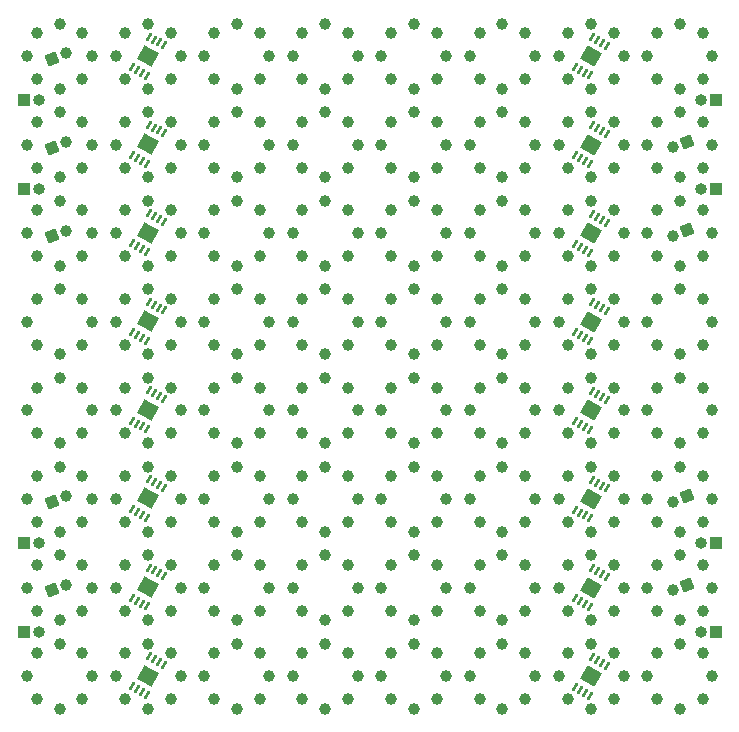
<source format=gbr>
%TF.GenerationSoftware,KiCad,Pcbnew,7.0.1*%
%TF.CreationDate,2023-10-04T00:40:19-04:00*%
%TF.ProjectId,TacTile-B,54616354-696c-4652-9d42-2e6b69636164,rev?*%
%TF.SameCoordinates,Original*%
%TF.FileFunction,Soldermask,Bot*%
%TF.FilePolarity,Negative*%
%FSLAX46Y46*%
G04 Gerber Fmt 4.6, Leading zero omitted, Abs format (unit mm)*
G04 Created by KiCad (PCBNEW 7.0.1) date 2023-10-04 00:40:19*
%MOMM*%
%LPD*%
G01*
G04 APERTURE LIST*
G04 Aperture macros list*
%AMRoundRect*
0 Rectangle with rounded corners*
0 $1 Rounding radius*
0 $2 $3 $4 $5 $6 $7 $8 $9 X,Y pos of 4 corners*
0 Add a 4 corners polygon primitive as box body*
4,1,4,$2,$3,$4,$5,$6,$7,$8,$9,$2,$3,0*
0 Add four circle primitives for the rounded corners*
1,1,$1+$1,$2,$3*
1,1,$1+$1,$4,$5*
1,1,$1+$1,$6,$7*
1,1,$1+$1,$8,$9*
0 Add four rect primitives between the rounded corners*
20,1,$1+$1,$2,$3,$4,$5,0*
20,1,$1+$1,$4,$5,$6,$7,0*
20,1,$1+$1,$6,$7,$8,$9,0*
20,1,$1+$1,$8,$9,$2,$3,0*%
%AMHorizOval*
0 Thick line with rounded ends*
0 $1 width*
0 $2 $3 position (X,Y) of the first rounded end (center of the circle)*
0 $4 $5 position (X,Y) of the second rounded end (center of the circle)*
0 Add line between two ends*
20,1,$1,$2,$3,$4,$5,0*
0 Add two circle primitives to create the rounded ends*
1,1,$1,$2,$3*
1,1,$1,$4,$5*%
%AMRotRect*
0 Rectangle, with rotation*
0 The origin of the aperture is its center*
0 $1 length*
0 $2 width*
0 $3 Rotation angle, in degrees counterclockwise*
0 Add horizontal line*
21,1,$1,$2,0,0,$3*%
G04 Aperture macros list end*
%ADD10C,1.000000*%
%ADD11RoundRect,0.062500X0.108373X0.312708X-0.216627X-0.250208X-0.108373X-0.312708X0.216627X0.250208X0*%
%ADD12RotRect,1.300000X1.400000X240.000000*%
%ADD13RoundRect,0.062500X-0.102899X-0.314552X0.212227X0.253951X0.102899X0.314552X-0.212227X-0.253951X0*%
%ADD14RotRect,1.300000X1.400000X61.000000*%
%ADD15RotRect,1.000000X1.000000X112.000000*%
%ADD16HorizOval,1.000000X0.000000X0.000000X0.000000X0.000000X0*%
%ADD17R,1.000000X1.000000*%
%ADD18O,1.000000X1.000000*%
%ADD19RotRect,1.000000X1.000000X292.000000*%
%ADD20HorizOval,1.000000X0.000000X0.000000X0.000000X0.000000X0*%
G04 APERTURE END LIST*
D10*
%TO.C,L34*%
X36250000Y-56000000D03*
X38190000Y-56810000D03*
X39000000Y-58750000D03*
X38190000Y-60690000D03*
X34310000Y-56810000D03*
X33500000Y-58750000D03*
X34310000Y-60690000D03*
X36250000Y-61500000D03*
%TD*%
%TO.C,L36*%
X51250000Y-56000000D03*
X53190000Y-56810000D03*
X54000000Y-58750000D03*
X53190000Y-60690000D03*
X49310000Y-56810000D03*
X48500000Y-58750000D03*
X49310000Y-60690000D03*
X51250000Y-61500000D03*
%TD*%
%TO.C,L55*%
X66250000Y-71000000D03*
X68190000Y-71810000D03*
X69000000Y-73750000D03*
X68190000Y-75690000D03*
X64310000Y-71810000D03*
X63500000Y-73750000D03*
X64310000Y-75690000D03*
X66250000Y-76500000D03*
%TD*%
%TO.C,L27*%
X43750000Y-48500000D03*
X45690000Y-49310000D03*
X46500000Y-51250000D03*
X45690000Y-53190000D03*
X41810000Y-49310000D03*
X41000000Y-51250000D03*
X41810000Y-53190000D03*
X43750000Y-54000000D03*
%TD*%
%TO.C,L1*%
X28750000Y-26000000D03*
X30690000Y-26810000D03*
X31500000Y-28750000D03*
X30690000Y-30690000D03*
X26810000Y-26810000D03*
X26000000Y-28750000D03*
X26810000Y-30690000D03*
X28750000Y-31500000D03*
%TD*%
%TO.C,L30*%
X66250000Y-48500000D03*
X68190000Y-49310000D03*
X69000000Y-51250000D03*
X68190000Y-53190000D03*
X64310000Y-49310000D03*
X63500000Y-51250000D03*
X64310000Y-53190000D03*
X66250000Y-54000000D03*
%TD*%
%TO.C,L5*%
X58750000Y-26000000D03*
X60690000Y-26810000D03*
X61500000Y-28750000D03*
X60690000Y-30690000D03*
X56810000Y-26810000D03*
X56000000Y-28750000D03*
X56810000Y-30690000D03*
X58750000Y-31500000D03*
%TD*%
%TO.C,L9*%
X28750000Y-33500000D03*
X30690000Y-34310000D03*
X31500000Y-36250000D03*
X30690000Y-38190000D03*
X26810000Y-34310000D03*
X26000000Y-36250000D03*
X26810000Y-38190000D03*
X28750000Y-39000000D03*
%TD*%
%TO.C,L33*%
X28750000Y-56000000D03*
X30690000Y-56810000D03*
X31500000Y-58750000D03*
X30690000Y-60690000D03*
X26810000Y-56810000D03*
X26000000Y-58750000D03*
X26810000Y-60690000D03*
X28750000Y-61500000D03*
%TD*%
%TO.C,L2*%
X36250000Y-26000000D03*
X38190000Y-26810000D03*
X39000000Y-28750000D03*
X38190000Y-30690000D03*
X34310000Y-26810000D03*
X33500000Y-28750000D03*
X34310000Y-30690000D03*
X36250000Y-31500000D03*
%TD*%
%TO.C,L16*%
X81250000Y-33500000D03*
X83190000Y-34310000D03*
X84000000Y-36250000D03*
X83190000Y-38190000D03*
X79310000Y-34310000D03*
X78500000Y-36250000D03*
X79310000Y-38190000D03*
X81250000Y-39000000D03*
%TD*%
%TO.C,L18*%
X36250000Y-41000000D03*
X38190000Y-41810000D03*
X39000000Y-43750000D03*
X38190000Y-45690000D03*
X34310000Y-41810000D03*
X33500000Y-43750000D03*
X34310000Y-45690000D03*
X36250000Y-46500000D03*
%TD*%
%TO.C,L13*%
X58750000Y-33500000D03*
X60690000Y-34310000D03*
X61500000Y-36250000D03*
X60690000Y-38190000D03*
X56810000Y-34310000D03*
X56000000Y-36250000D03*
X56810000Y-38190000D03*
X58750000Y-39000000D03*
%TD*%
%TO.C,L12*%
X51250000Y-33500000D03*
X53190000Y-34310000D03*
X54000000Y-36250000D03*
X53190000Y-38190000D03*
X49310000Y-34310000D03*
X48500000Y-36250000D03*
X49310000Y-38190000D03*
X51250000Y-39000000D03*
%TD*%
%TO.C,L37*%
X58750000Y-56000000D03*
X60690000Y-56810000D03*
X61500000Y-58750000D03*
X60690000Y-60690000D03*
X56810000Y-56810000D03*
X56000000Y-58750000D03*
X56810000Y-60690000D03*
X58750000Y-61500000D03*
%TD*%
%TO.C,L28*%
X51250000Y-48500000D03*
X53190000Y-49310000D03*
X54000000Y-51250000D03*
X53190000Y-53190000D03*
X49310000Y-49310000D03*
X48500000Y-51250000D03*
X49310000Y-53190000D03*
X51250000Y-54000000D03*
%TD*%
%TO.C,L56*%
X73750000Y-71000000D03*
X75690000Y-71810000D03*
X76500000Y-73750000D03*
X75690000Y-75690000D03*
X71810000Y-71810000D03*
X71000000Y-73750000D03*
X71810000Y-75690000D03*
X73750000Y-76500000D03*
%TD*%
%TO.C,L41*%
X28750000Y-63500000D03*
X30690000Y-64310000D03*
X31500000Y-66250000D03*
X30690000Y-68190000D03*
X26810000Y-64310000D03*
X26000000Y-66250000D03*
X26810000Y-68190000D03*
X28750000Y-69000000D03*
%TD*%
%TO.C,L38*%
X66250000Y-56000000D03*
X68190000Y-56810000D03*
X69000000Y-58750000D03*
X68190000Y-60690000D03*
X64310000Y-56810000D03*
X63500000Y-58750000D03*
X64310000Y-60690000D03*
X66250000Y-61500000D03*
%TD*%
%TO.C,L35*%
X43750000Y-56000000D03*
X45690000Y-56810000D03*
X46500000Y-58750000D03*
X45690000Y-60690000D03*
X41810000Y-56810000D03*
X41000000Y-58750000D03*
X41810000Y-60690000D03*
X43750000Y-61500000D03*
%TD*%
%TO.C,L44*%
X51250000Y-63500000D03*
X53190000Y-64310000D03*
X54000000Y-66250000D03*
X53190000Y-68190000D03*
X49310000Y-64310000D03*
X48500000Y-66250000D03*
X49310000Y-68190000D03*
X51250000Y-69000000D03*
%TD*%
%TO.C,L58*%
X36250000Y-78500000D03*
X38190000Y-79310000D03*
X39000000Y-81250000D03*
X38190000Y-83190000D03*
X34310000Y-79310000D03*
X33500000Y-81250000D03*
X34310000Y-83190000D03*
X36250000Y-84000000D03*
%TD*%
%TO.C,L31*%
X73750000Y-48500000D03*
X75690000Y-49310000D03*
X76500000Y-51250000D03*
X75690000Y-53190000D03*
X71810000Y-49310000D03*
X71000000Y-51250000D03*
X71810000Y-53190000D03*
X73750000Y-54000000D03*
%TD*%
%TO.C,L50*%
X36250000Y-71000000D03*
X38190000Y-71810000D03*
X39000000Y-73750000D03*
X38190000Y-75690000D03*
X34310000Y-71810000D03*
X33500000Y-73750000D03*
X34310000Y-75690000D03*
X36250000Y-76500000D03*
%TD*%
%TO.C,L22*%
X66250000Y-41000000D03*
X68190000Y-41810000D03*
X69000000Y-43750000D03*
X68190000Y-45690000D03*
X64310000Y-41810000D03*
X63500000Y-43750000D03*
X64310000Y-45690000D03*
X66250000Y-46500000D03*
%TD*%
%TO.C,L6*%
X66250000Y-26000000D03*
X68190000Y-26810000D03*
X69000000Y-28750000D03*
X68190000Y-30690000D03*
X64310000Y-26810000D03*
X63500000Y-28750000D03*
X64310000Y-30690000D03*
X66250000Y-31500000D03*
%TD*%
%TO.C,L26*%
X36250000Y-48500000D03*
X38190000Y-49310000D03*
X39000000Y-51250000D03*
X38190000Y-53190000D03*
X34310000Y-49310000D03*
X33500000Y-51250000D03*
X34310000Y-53190000D03*
X36250000Y-54000000D03*
%TD*%
%TO.C,L39*%
X73750000Y-56000000D03*
X75690000Y-56810000D03*
X76500000Y-58750000D03*
X75690000Y-60690000D03*
X71810000Y-56810000D03*
X71000000Y-58750000D03*
X71810000Y-60690000D03*
X73750000Y-61500000D03*
%TD*%
%TO.C,L40*%
X81250000Y-56000000D03*
X83190000Y-56810000D03*
X84000000Y-58750000D03*
X83190000Y-60690000D03*
X79310000Y-56810000D03*
X78500000Y-58750000D03*
X79310000Y-60690000D03*
X81250000Y-61500000D03*
%TD*%
%TO.C,L53*%
X81250000Y-71000000D03*
X83190000Y-71810000D03*
X84000000Y-73750000D03*
X83190000Y-75690000D03*
X79310000Y-71810000D03*
X78500000Y-73750000D03*
X79310000Y-75690000D03*
X81250000Y-76500000D03*
%TD*%
%TO.C,L29*%
X58750000Y-48500000D03*
X60690000Y-49310000D03*
X61500000Y-51250000D03*
X60690000Y-53190000D03*
X56810000Y-49310000D03*
X56000000Y-51250000D03*
X56810000Y-53190000D03*
X58750000Y-54000000D03*
%TD*%
%TO.C,L61*%
X58750000Y-78500000D03*
X60690000Y-79310000D03*
X61500000Y-81250000D03*
X60690000Y-83190000D03*
X56810000Y-79310000D03*
X56000000Y-81250000D03*
X56810000Y-83190000D03*
X58750000Y-84000000D03*
%TD*%
%TO.C,L3*%
X43750000Y-26000000D03*
X45690000Y-26810000D03*
X46500000Y-28750000D03*
X45690000Y-30690000D03*
X41810000Y-26810000D03*
X41000000Y-28750000D03*
X41810000Y-30690000D03*
X43750000Y-31500000D03*
%TD*%
%TO.C,L46*%
X66250000Y-63500000D03*
X68190000Y-64310000D03*
X69000000Y-66250000D03*
X68190000Y-68190000D03*
X64310000Y-64310000D03*
X63500000Y-66250000D03*
X64310000Y-68190000D03*
X66250000Y-69000000D03*
%TD*%
%TO.C,L42*%
X36250000Y-63500000D03*
X38190000Y-64310000D03*
X39000000Y-66250000D03*
X38190000Y-68190000D03*
X34310000Y-64310000D03*
X33500000Y-66250000D03*
X34310000Y-68190000D03*
X36250000Y-69000000D03*
%TD*%
%TO.C,L20*%
X51250000Y-41000000D03*
X53190000Y-41810000D03*
X54000000Y-43750000D03*
X53190000Y-45690000D03*
X49310000Y-41810000D03*
X48500000Y-43750000D03*
X49310000Y-45690000D03*
X51250000Y-46500000D03*
%TD*%
%TO.C,L48*%
X81250000Y-63500000D03*
X83190000Y-64310000D03*
X84000000Y-66250000D03*
X83190000Y-68190000D03*
X79310000Y-64310000D03*
X78500000Y-66250000D03*
X79310000Y-68190000D03*
X81250000Y-69000000D03*
%TD*%
%TO.C,L7*%
X73750000Y-26000000D03*
X75690000Y-26810000D03*
X76500000Y-28750000D03*
X75690000Y-30690000D03*
X71810000Y-26810000D03*
X71000000Y-28750000D03*
X71810000Y-30690000D03*
X73750000Y-31500000D03*
%TD*%
%TO.C,L25*%
X28750000Y-48500000D03*
X30690000Y-49310000D03*
X31500000Y-51250000D03*
X30690000Y-53190000D03*
X26810000Y-49310000D03*
X26000000Y-51250000D03*
X26810000Y-53190000D03*
X28750000Y-54000000D03*
%TD*%
%TO.C,L59*%
X43750000Y-78500000D03*
X45690000Y-79310000D03*
X46500000Y-81250000D03*
X45690000Y-83190000D03*
X41810000Y-79310000D03*
X41000000Y-81250000D03*
X41810000Y-83190000D03*
X43750000Y-84000000D03*
%TD*%
%TO.C,L8*%
X81250000Y-26000000D03*
X83190000Y-26810000D03*
X84000000Y-28750000D03*
X83190000Y-30690000D03*
X79310000Y-26810000D03*
X78500000Y-28750000D03*
X79310000Y-30690000D03*
X81250000Y-31500000D03*
%TD*%
%TO.C,L64*%
X81250000Y-78500000D03*
X83190000Y-79310000D03*
X84000000Y-81250000D03*
X83190000Y-83190000D03*
X79310000Y-79310000D03*
X78500000Y-81250000D03*
X79310000Y-83190000D03*
X81250000Y-84000000D03*
%TD*%
%TO.C,L11*%
X43750000Y-33500000D03*
X45690000Y-34310000D03*
X46500000Y-36250000D03*
X45690000Y-38190000D03*
X41810000Y-34310000D03*
X41000000Y-36250000D03*
X41810000Y-38190000D03*
X43750000Y-39000000D03*
%TD*%
%TO.C,L15*%
X73750000Y-33500000D03*
X75690000Y-34310000D03*
X76500000Y-36250000D03*
X75690000Y-38190000D03*
X71810000Y-34310000D03*
X71000000Y-36250000D03*
X71810000Y-38190000D03*
X73750000Y-39000000D03*
%TD*%
%TO.C,L45*%
X58750000Y-63500000D03*
X60690000Y-64310000D03*
X61500000Y-66250000D03*
X60690000Y-68190000D03*
X56810000Y-64310000D03*
X56000000Y-66250000D03*
X56810000Y-68190000D03*
X58750000Y-69000000D03*
%TD*%
%TO.C,L10*%
X36250000Y-33500000D03*
X38190000Y-34310000D03*
X39000000Y-36250000D03*
X38190000Y-38190000D03*
X34310000Y-34310000D03*
X33500000Y-36250000D03*
X34310000Y-38190000D03*
X36250000Y-39000000D03*
%TD*%
%TO.C,L47*%
X73750000Y-63500000D03*
X75690000Y-64310000D03*
X76500000Y-66250000D03*
X75690000Y-68190000D03*
X71810000Y-64310000D03*
X71000000Y-66250000D03*
X71810000Y-68190000D03*
X73750000Y-69000000D03*
%TD*%
%TO.C,L54*%
X58750000Y-71000000D03*
X60690000Y-71810000D03*
X61500000Y-73750000D03*
X60690000Y-75690000D03*
X56810000Y-71810000D03*
X56000000Y-73750000D03*
X56810000Y-75690000D03*
X58750000Y-76500000D03*
%TD*%
%TO.C,L19*%
X43750000Y-41000000D03*
X45690000Y-41810000D03*
X46500000Y-43750000D03*
X45690000Y-45690000D03*
X41810000Y-41810000D03*
X41000000Y-43750000D03*
X41810000Y-45690000D03*
X43750000Y-46500000D03*
%TD*%
%TO.C,L32*%
X81250000Y-48500000D03*
X83190000Y-49310000D03*
X84000000Y-51250000D03*
X83190000Y-53190000D03*
X79310000Y-49310000D03*
X78500000Y-51250000D03*
X79310000Y-53190000D03*
X81250000Y-54000000D03*
%TD*%
%TO.C,L60*%
X51250000Y-78500000D03*
X53190000Y-79310000D03*
X54000000Y-81250000D03*
X53190000Y-83190000D03*
X49310000Y-79310000D03*
X48500000Y-81250000D03*
X49310000Y-83190000D03*
X51250000Y-84000000D03*
%TD*%
%TO.C,L62*%
X66250000Y-78500000D03*
X68190000Y-79310000D03*
X69000000Y-81250000D03*
X68190000Y-83190000D03*
X64310000Y-79310000D03*
X63500000Y-81250000D03*
X64310000Y-83190000D03*
X66250000Y-84000000D03*
%TD*%
%TO.C,L17*%
X28750000Y-41000000D03*
X30690000Y-41810000D03*
X31500000Y-43750000D03*
X30690000Y-45690000D03*
X26810000Y-41810000D03*
X26000000Y-43750000D03*
X26810000Y-45690000D03*
X28750000Y-46500000D03*
%TD*%
%TO.C,L49*%
X28750000Y-71000000D03*
X30690000Y-71810000D03*
X31500000Y-73750000D03*
X30690000Y-75690000D03*
X26810000Y-71810000D03*
X26000000Y-73750000D03*
X26810000Y-75690000D03*
X28750000Y-76500000D03*
%TD*%
%TO.C,L21*%
X58750000Y-41000000D03*
X60690000Y-41810000D03*
X61500000Y-43750000D03*
X60690000Y-45690000D03*
X56810000Y-41810000D03*
X56000000Y-43750000D03*
X56810000Y-45690000D03*
X58750000Y-46500000D03*
%TD*%
%TO.C,L51*%
X43750000Y-71000000D03*
X45690000Y-71810000D03*
X46500000Y-73750000D03*
X45690000Y-75690000D03*
X41810000Y-71810000D03*
X41000000Y-73750000D03*
X41810000Y-75690000D03*
X43750000Y-76500000D03*
%TD*%
%TO.C,L23*%
X73750000Y-41000000D03*
X75690000Y-41810000D03*
X76500000Y-43750000D03*
X75690000Y-45690000D03*
X71810000Y-41810000D03*
X71000000Y-43750000D03*
X71810000Y-45690000D03*
X73750000Y-46500000D03*
%TD*%
%TO.C,L24*%
X81250000Y-41000000D03*
X83190000Y-41810000D03*
X84000000Y-43750000D03*
X83190000Y-45690000D03*
X79310000Y-41810000D03*
X78500000Y-43750000D03*
X79310000Y-45690000D03*
X81250000Y-46500000D03*
%TD*%
%TO.C,L4*%
X51250000Y-26000000D03*
X53190000Y-26810000D03*
X54000000Y-28750000D03*
X53190000Y-30690000D03*
X49310000Y-26810000D03*
X48500000Y-28750000D03*
X49310000Y-30690000D03*
X51250000Y-31500000D03*
%TD*%
%TO.C,L63*%
X73750000Y-78500000D03*
X75690000Y-79310000D03*
X76500000Y-81250000D03*
X75690000Y-83190000D03*
X71810000Y-79310000D03*
X71000000Y-81250000D03*
X71810000Y-83190000D03*
X73750000Y-84000000D03*
%TD*%
%TO.C,L57*%
X28750000Y-78500000D03*
X30690000Y-79310000D03*
X31500000Y-81250000D03*
X30690000Y-83190000D03*
X26810000Y-79310000D03*
X26000000Y-81250000D03*
X26810000Y-83190000D03*
X28750000Y-84000000D03*
%TD*%
%TO.C,L14*%
X66250000Y-33500000D03*
X68190000Y-34310000D03*
X69000000Y-36250000D03*
X68190000Y-38190000D03*
X64310000Y-34310000D03*
X63500000Y-36250000D03*
X64310000Y-38190000D03*
X66250000Y-39000000D03*
%TD*%
%TO.C,L52*%
X51250000Y-71000000D03*
X53190000Y-71810000D03*
X54000000Y-73750000D03*
X53190000Y-75690000D03*
X49310000Y-71810000D03*
X48500000Y-73750000D03*
X49310000Y-75690000D03*
X51250000Y-76500000D03*
%TD*%
%TO.C,L43*%
X43750000Y-63500000D03*
X45690000Y-64310000D03*
X46500000Y-66250000D03*
X45690000Y-68190000D03*
X41810000Y-64310000D03*
X41000000Y-66250000D03*
X41810000Y-68190000D03*
X43750000Y-69000000D03*
%TD*%
D11*
%TO.C,U8*%
X73831731Y-49608438D03*
X74264744Y-49858438D03*
X74697756Y-50108438D03*
X75130769Y-50358438D03*
X73668269Y-52891562D03*
X73235256Y-52641562D03*
X72802244Y-52391562D03*
X72369231Y-52141562D03*
D12*
X73750000Y-51250000D03*
%TD*%
D13*
%TO.C,U7*%
X36196931Y-52842739D03*
X35759621Y-52600334D03*
X35322311Y-52357929D03*
X34885001Y-52115524D03*
X36303069Y-49557261D03*
X36740379Y-49799666D03*
X37177689Y-50042071D03*
X37614999Y-50284476D03*
D14*
X36250000Y-51200000D03*
%TD*%
D15*
%TO.C,J10*%
X81852670Y-66006506D03*
D16*
X80675147Y-66482256D03*
%TD*%
D17*
%TO.C,J17*%
X25700000Y-32500000D03*
D18*
X26970000Y-32500000D03*
%TD*%
D13*
%TO.C,U11*%
X36196931Y-67842739D03*
X35759621Y-67600334D03*
X35322311Y-67357929D03*
X34885001Y-67115524D03*
X36303069Y-64557261D03*
X36740379Y-64799666D03*
X37177689Y-65042071D03*
X37614999Y-65284476D03*
D14*
X36250000Y-66200000D03*
%TD*%
D15*
%TO.C,J4*%
X81852670Y-36006506D03*
D16*
X80675147Y-36482256D03*
%TD*%
D19*
%TO.C,J3*%
X28147331Y-36493494D03*
D20*
X29324854Y-36017744D03*
%TD*%
D17*
%TO.C,J12*%
X84300000Y-70000000D03*
D18*
X83030000Y-70000000D03*
%TD*%
D19*
%TO.C,J13*%
X28147331Y-73993494D03*
D20*
X29324854Y-73517744D03*
%TD*%
D19*
%TO.C,J1*%
X28147331Y-28993494D03*
D20*
X29324854Y-28517744D03*
%TD*%
D17*
%TO.C,J15*%
X25700000Y-77500000D03*
D18*
X26970000Y-77500000D03*
%TD*%
D13*
%TO.C,U5*%
X36196931Y-45342739D03*
X35759621Y-45100334D03*
X35322311Y-44857929D03*
X34885001Y-44615524D03*
X36303069Y-42057261D03*
X36740379Y-42299666D03*
X37177689Y-42542071D03*
X37614999Y-42784476D03*
D14*
X36250000Y-43700000D03*
%TD*%
D13*
%TO.C,U3*%
X36196931Y-37842739D03*
X35759621Y-37600334D03*
X35322311Y-37357929D03*
X34885001Y-37115524D03*
X36303069Y-34557261D03*
X36740379Y-34799666D03*
X37177689Y-35042071D03*
X37614999Y-35284476D03*
D14*
X36250000Y-36200000D03*
%TD*%
D11*
%TO.C,U4*%
X73831731Y-34608438D03*
X74264744Y-34858438D03*
X74697756Y-35108438D03*
X75130769Y-35358438D03*
X73668269Y-37891562D03*
X73235256Y-37641562D03*
X72802244Y-37391562D03*
X72369231Y-37141562D03*
D12*
X73750000Y-36250000D03*
%TD*%
D17*
%TO.C,J5*%
X25700000Y-40000000D03*
D18*
X26970000Y-40000000D03*
%TD*%
D13*
%TO.C,U1*%
X36196931Y-30392739D03*
X35759621Y-30150334D03*
X35322311Y-29907929D03*
X34885001Y-29665524D03*
X36303069Y-27107261D03*
X36740379Y-27349666D03*
X37177689Y-27592071D03*
X37614999Y-27834476D03*
D14*
X36250000Y-28750000D03*
%TD*%
D15*
%TO.C,J8*%
X81852670Y-43506506D03*
D16*
X80675147Y-43982256D03*
%TD*%
D11*
%TO.C,U6*%
X73831731Y-42108438D03*
X74264744Y-42358438D03*
X74697756Y-42608438D03*
X75130769Y-42858438D03*
X73668269Y-45391562D03*
X73235256Y-45141562D03*
X72802244Y-44891562D03*
X72369231Y-44641562D03*
D12*
X73750000Y-43750000D03*
%TD*%
D13*
%TO.C,U13*%
X36196931Y-75342739D03*
X35759621Y-75100334D03*
X35322311Y-74857929D03*
X34885001Y-74615524D03*
X36303069Y-72057261D03*
X36740379Y-72299666D03*
X37177689Y-72542071D03*
X37614999Y-72784476D03*
D14*
X36250000Y-73700000D03*
%TD*%
D17*
%TO.C,J2*%
X84300000Y-32500000D03*
D18*
X83030000Y-32500000D03*
%TD*%
D17*
%TO.C,J16*%
X84300000Y-77500000D03*
D18*
X83030000Y-77500000D03*
%TD*%
D11*
%TO.C,U12*%
X73831731Y-64608438D03*
X74264744Y-64858438D03*
X74697756Y-65108438D03*
X75130769Y-65358438D03*
X73668269Y-67891562D03*
X73235256Y-67641562D03*
X72802244Y-67391562D03*
X72369231Y-67141562D03*
D12*
X73750000Y-66250000D03*
%TD*%
D13*
%TO.C,U9*%
X36196931Y-60342739D03*
X35759621Y-60100334D03*
X35322311Y-59857929D03*
X34885001Y-59615524D03*
X36303069Y-57057261D03*
X36740379Y-57299666D03*
X37177689Y-57542071D03*
X37614999Y-57784476D03*
D14*
X36250000Y-58700000D03*
%TD*%
D11*
%TO.C,U14*%
X73831731Y-72108438D03*
X74264744Y-72358438D03*
X74697756Y-72608438D03*
X75130769Y-72858438D03*
X73668269Y-75391562D03*
X73235256Y-75141562D03*
X72802244Y-74891562D03*
X72369231Y-74641562D03*
D12*
X73750000Y-73750000D03*
%TD*%
D17*
%TO.C,J6*%
X84300000Y-40000000D03*
D18*
X83030000Y-40000000D03*
%TD*%
D19*
%TO.C,J7*%
X28147331Y-43993494D03*
D20*
X29324854Y-43517744D03*
%TD*%
D11*
%TO.C,U16*%
X73831731Y-79608438D03*
X74264744Y-79858438D03*
X74697756Y-80108438D03*
X75130769Y-80358438D03*
X73668269Y-82891562D03*
X73235256Y-82641562D03*
X72802244Y-82391562D03*
X72369231Y-82141562D03*
D12*
X73750000Y-81250000D03*
%TD*%
D11*
%TO.C,U10*%
X73831731Y-57108438D03*
X74264744Y-57358438D03*
X74697756Y-57608438D03*
X75130769Y-57858438D03*
X73668269Y-60391562D03*
X73235256Y-60141562D03*
X72802244Y-59891562D03*
X72369231Y-59641562D03*
D12*
X73750000Y-58750000D03*
%TD*%
D11*
%TO.C,U2*%
X73831731Y-27108438D03*
X74264744Y-27358438D03*
X74697756Y-27608438D03*
X75130769Y-27858438D03*
X73668269Y-30391562D03*
X73235256Y-30141562D03*
X72802244Y-29891562D03*
X72369231Y-29641562D03*
D12*
X73750000Y-28750000D03*
%TD*%
D19*
%TO.C,J9*%
X28147331Y-66493494D03*
D20*
X29324854Y-66017744D03*
%TD*%
D15*
%TO.C,J14*%
X81852670Y-73506506D03*
D16*
X80675147Y-73982256D03*
%TD*%
D17*
%TO.C,J11*%
X25700000Y-70000000D03*
D18*
X26970000Y-70000000D03*
%TD*%
D13*
%TO.C,U15*%
X36196931Y-82842739D03*
X35759621Y-82600334D03*
X35322311Y-82357929D03*
X34885001Y-82115524D03*
X36303069Y-79557261D03*
X36740379Y-79799666D03*
X37177689Y-80042071D03*
X37614999Y-80284476D03*
D14*
X36250000Y-81200000D03*
%TD*%
M02*

</source>
